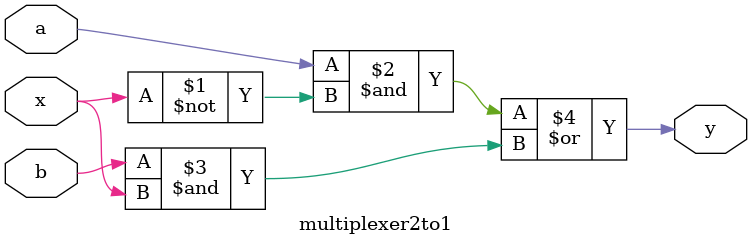
<source format=v>
`timescale 1ns / 1ps
module multiplexer2to1(
    input a,
    input b,
    input x,
    output y
    );

	assign y = (a&~x)|(b&x);
endmodule

</source>
